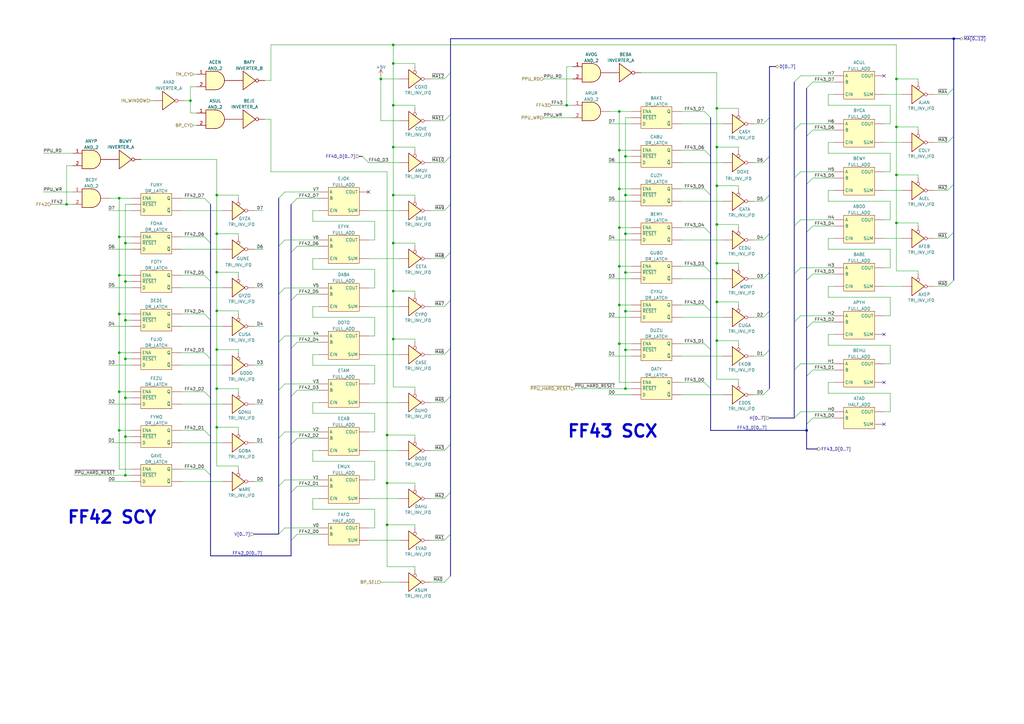
<source format=kicad_sch>
(kicad_sch (version 20211123) (generator eeschema)
  (paper "A3")
  (title_block (title "DMG CPU B") (date "2022-07-08") (rev "0.1") (company "CC-BY-SA-4.0 Régis Galland & Michael Singer -- Derived work from Furrtek") (comment 1 "https://github.com/msinger/dmg-schematics"))
  (junction (at 158.75 198.12))
  (junction (at 51.435 194.945))
  (junction (at 161.29 80.01))
  (junction (at 254 140.97))
  (junction (at 51.435 99.695))
  (junction (at 256.54 111.76))
  (junction (at 330.835 176.53))
  (junction (at 391.16 15.875))
  (junction (at 48.895 112.903))
  (junction (at 48.895 81.28))
  (junction (at 51.435 115.443))
  (junction (at 256.54 159.385))
  (junction (at 51.435 163.195))
  (junction (at 294.005 92.075))
  (junction (at 48.895 176.53))
  (junction (at 158.75 215.265))
  (junction (at 294.005 60.325))
  (junction (at 161.29 139.065))
  (junction (at 51.435 131.318))
  (junction (at 254 109.22))
  (junction (at 88.9 95.885))
  (junction (at 51.435 147.193))
  (junction (at 48.895 97.155))
  (junction (at 161.29 119.38))
  (junction (at 294.005 123.825))
  (junction (at 161.29 43.18))
  (junction (at 48.895 144.653))
  (junction (at 254 93.345))
  (junction (at 158.75 178.435))
  (junction (at 256.54 143.51))
  (junction (at 294.005 107.95))
  (junction (at 232.41 43.18))
  (junction (at 161.29 60.325))
  (junction (at 88.9 127.508))
  (junction (at 51.435 179.07))
  (junction (at 161.29 26.035))
  (junction (at 367.665 32.385))
  (junction (at 88.9 143.383))
  (junction (at 78.105 41.275))
  (junction (at 88.9 159.385))
  (junction (at 88.9 80.01))
  (junction (at 88.9 111.633))
  (junction (at 48.895 160.655))
  (junction (at 254 45.72))
  (junction (at 156.21 32.385))
  (junction (at 294.005 44.45))
  (junction (at 256.54 127.635))
  (junction (at 88.9 175.26))
  (junction (at 161.29 99.695))
  (junction (at 256.54 64.135))
  (junction (at 294.005 139.7))
  (junction (at 254 125.095))
  (junction (at 27.305 83.82))
  (junction (at 367.665 91.44))
  (junction (at 161.29 18.415))
  (junction (at 294.005 76.2))
  (junction (at 254 61.595))
  (junction (at 367.665 52.07))
  (junction (at 48.895 128.778))
  (junction (at 367.665 71.755))
  (junction (at 256.54 95.885))
  (junction (at 254 77.47))
  (junction (at 256.54 80.01))
  (no_connect (at 151.13 78.74))
  (no_connect (at 362.585 31.115))
  (no_connect (at 362.585 173.99))
  (no_connect (at 362.585 156.845))
  (no_connect (at 362.585 137.16))
  (bus_entry (at 83.82 160.655) (size 2.54 2.54))
  (bus_entry (at 330.835 95.25) (size 2.54 -2.54))
  (bus_entry (at 388.62 97.79) (size 2.54 -2.54))
  (bus_entry (at 388.62 78.105) (size 2.54 -2.54))
  (bus_entry (at 388.62 38.735) (size 2.54 -2.54))
  (bus_entry (at 388.62 58.42) (size 2.54 -2.54))
  (bus_entry (at 388.62 117.475) (size 2.54 -2.54))
  (bus_entry (at 119.38 201.93) (size 2.54 -2.54))
  (bus_entry (at 288.925 61.595) (size 2.54 2.54))
  (bus_entry (at 116.84 216.535) (size -2.54 2.54))
  (bus_entry (at 330.835 75.565) (size 2.54 -2.54))
  (bus_entry (at 119.38 142.875) (size 2.54 -2.54))
  (bus_entry (at 313.055 50.8) (size 2.54 -2.54))
  (bus_entry (at 328.295 168.91) (size -2.54 2.54))
  (bus_entry (at 330.835 173.99) (size 2.54 -2.54))
  (bus_entry (at 116.84 196.85) (size -2.54 2.54))
  (bus_entry (at 313.055 82.55) (size 2.54 -2.54))
  (bus_entry (at 313.055 66.675) (size 2.54 -2.54))
  (bus_entry (at 328.295 50.8) (size -2.54 2.54))
  (bus_entry (at 313.055 130.175) (size 2.54 -2.54))
  (bus_entry (at 328.295 31.115) (size -2.54 2.54))
  (bus_entry (at 182.245 165.1) (size 2.54 -2.54))
  (bus_entry (at 182.245 125.73) (size 2.54 -2.54))
  (bus_entry (at 182.245 145.415) (size 2.54 -2.54))
  (bus_entry (at 83.82 192.405) (size 2.54 2.54))
  (bus_entry (at 119.38 182.245) (size 2.54 -2.54))
  (bus_entry (at 330.835 154.305) (size 2.54 -2.54))
  (bus_entry (at 330.835 36.195) (size 2.54 -2.54))
  (bus_entry (at 328.295 109.855) (size -2.54 2.54))
  (bus_entry (at 148.59 64.135) (size 2.54 2.54))
  (bus_entry (at 182.245 66.675) (size 2.54 -2.54))
  (bus_entry (at 182.245 49.53) (size 2.54 -2.54))
  (bus_entry (at 182.245 238.76) (size 2.54 -2.54))
  (bus_entry (at 83.82 144.653) (size 2.54 2.54))
  (bus_entry (at 330.835 114.935) (size 2.54 -2.54))
  (bus_entry (at 119.38 123.19) (size 2.54 -2.54))
  (bus_entry (at 288.925 77.47) (size 2.54 2.54))
  (bus_entry (at 328.295 90.17) (size -2.54 2.54))
  (bus_entry (at 83.82 97.155) (size 2.54 2.54))
  (bus_entry (at 328.295 70.485) (size -2.54 2.54))
  (bus_entry (at 313.055 146.05) (size 2.54 -2.54))
  (bus_entry (at 116.84 118.11) (size -2.54 2.54))
  (bus_entry (at 288.925 93.345) (size 2.54 2.54))
  (bus_entry (at 313.055 114.3) (size 2.54 -2.54))
  (bus_entry (at 116.84 78.74) (size -2.54 2.54))
  (bus_entry (at 328.295 129.54) (size -2.54 2.54))
  (bus_entry (at 83.82 176.53) (size 2.54 2.54))
  (bus_entry (at 83.82 128.778) (size 2.54 2.54))
  (bus_entry (at 288.925 45.72) (size 2.54 2.54))
  (bus_entry (at 119.38 162.56) (size 2.54 -2.54))
  (bus_entry (at 83.82 112.903) (size 2.54 2.54))
  (bus_entry (at 83.82 81.28) (size 2.54 2.54))
  (bus_entry (at 288.925 140.97) (size 2.54 2.54))
  (bus_entry (at 182.245 184.785) (size 2.54 -2.54))
  (bus_entry (at 119.38 221.615) (size 2.54 -2.54))
  (bus_entry (at 182.245 204.47) (size 2.54 -2.54))
  (bus_entry (at 116.84 157.48) (size -2.54 2.54))
  (bus_entry (at 119.38 103.505) (size 2.54 -2.54))
  (bus_entry (at 288.925 109.22) (size 2.54 2.54))
  (bus_entry (at 116.84 177.165) (size -2.54 2.54))
  (bus_entry (at 119.38 83.82) (size 2.54 -2.54))
  (bus_entry (at 330.835 55.88) (size 2.54 -2.54))
  (bus_entry (at 288.925 125.095) (size 2.54 2.54))
  (bus_entry (at 116.84 137.795) (size -2.54 2.54))
  (bus_entry (at 288.925 156.845) (size 2.54 2.54))
  (bus_entry (at 182.245 86.36) (size 2.54 -2.54))
  (bus_entry (at 313.055 161.925) (size 2.54 -2.54))
  (bus_entry (at 182.245 106.045) (size 2.54 -2.54))
  (bus_entry (at 182.245 221.615) (size 2.54 -2.54))
  (bus_entry (at 313.055 98.425) (size 2.54 -2.54))
  (bus_entry (at 116.84 98.425) (size -2.54 2.54))
  (bus_entry (at 328.295 149.225) (size -2.54 2.54))
  (bus_entry (at 330.835 134.62) (size 2.54 -2.54))
  (bus_entry (at 182.245 32.385) (size 2.54 -2.54))
  (wire (pts (xy 254 109.22) (xy 259.08 109.22)))
  (wire (pts (xy 254 140.97) (xy 254 156.845)))
  (wire (pts (xy 294.005 123.825) (xy 302.895 123.825)))
  (wire (pts (xy 116.84 98.425) (xy 130.81 98.425)))
  (wire (pts (xy 176.53 66.675) (xy 182.245 66.675)))
  (wire (pts (xy 302.895 44.45) (xy 302.895 45.72)))
  (wire (pts (xy 333.375 92.71) (xy 342.265 92.71)))
  (wire (pts (xy 370.205 58.42) (xy 362.585 58.42)))
  (wire (pts (xy 121.92 199.39) (xy 130.81 199.39)))
  (bus (pts (xy 86.36 227.965) (xy 119.38 227.965)))
  (wire (pts (xy 170.18 158.75) (xy 161.29 158.75)))
  (bus (pts (xy 114.3 81.28) (xy 114.3 100.965)))
  (wire (pts (xy 365.125 149.225) (xy 365.125 141.605)))
  (wire (pts (xy 74.295 102.235) (xy 91.44 102.235)))
  (wire (pts (xy 256.54 127.635) (xy 259.08 127.635)))
  (wire (pts (xy 279.4 130.175) (xy 296.545 130.175)))
  (wire (pts (xy 328.295 109.855) (xy 342.265 109.855)))
  (wire (pts (xy 365.125 70.485) (xy 365.125 62.865)))
  (wire (pts (xy 376.555 52.07) (xy 367.665 52.07)))
  (wire (pts (xy 161.29 80.01) (xy 161.29 99.695)))
  (wire (pts (xy 88.9 143.383) (xy 88.9 159.385)))
  (wire (pts (xy 153.67 118.11) (xy 153.67 110.49)))
  (wire (pts (xy 365.125 43.18) (xy 339.725 43.18)))
  (wire (pts (xy 74.295 144.653) (xy 83.82 144.653)))
  (wire (pts (xy 74.295 97.155) (xy 83.82 97.155)))
  (bus (pts (xy 291.465 64.135) (xy 291.465 80.01)))
  (wire (pts (xy 74.295 117.983) (xy 91.44 117.983)))
  (bus (pts (xy 325.755 112.395) (xy 325.755 132.08)))
  (wire (pts (xy 254 156.845) (xy 259.08 156.845)))
  (wire (pts (xy 333.375 112.395) (xy 342.265 112.395)))
  (wire (pts (xy 279.4 66.675) (xy 296.545 66.675)))
  (wire (pts (xy 294.005 123.825) (xy 294.005 139.7)))
  (wire (pts (xy 279.4 82.55) (xy 296.545 82.55)))
  (wire (pts (xy 176.53 184.785) (xy 182.245 184.785)))
  (wire (pts (xy 222.885 48.26) (xy 234.95 48.26)))
  (wire (pts (xy 51.435 147.193) (xy 51.435 163.195)))
  (wire (pts (xy 97.79 111.633) (xy 97.79 112.903)))
  (wire (pts (xy 121.92 120.65) (xy 130.81 120.65)))
  (wire (pts (xy 176.53 238.76) (xy 182.245 238.76)))
  (bus (pts (xy 114.3 100.965) (xy 114.3 120.65)))
  (wire (pts (xy 279.4 114.3) (xy 296.545 114.3)))
  (wire (pts (xy 153.67 137.795) (xy 153.67 130.175)))
  (wire (pts (xy 17.78 78.74) (xy 29.845 78.74)))
  (wire (pts (xy 97.79 175.26) (xy 97.79 176.53)))
  (wire (pts (xy 254 77.47) (xy 259.08 77.47)))
  (wire (pts (xy 367.665 32.385) (xy 367.665 52.07)))
  (wire (pts (xy 294.005 60.325) (xy 302.895 60.325)))
  (wire (pts (xy 48.895 160.655) (xy 48.895 176.53)))
  (wire (pts (xy 88.9 95.885) (xy 97.79 95.885)))
  (wire (pts (xy 339.725 78.105) (xy 342.265 78.105)))
  (wire (pts (xy 51.435 179.07) (xy 51.435 194.945)))
  (wire (pts (xy 153.67 216.535) (xy 153.67 208.915)))
  (wire (pts (xy 339.725 38.735) (xy 342.265 38.735)))
  (wire (pts (xy 88.9 175.26) (xy 97.79 175.26)))
  (wire (pts (xy 158.75 215.265) (xy 158.75 232.41)))
  (wire (pts (xy 309.245 130.175) (xy 313.055 130.175)))
  (wire (pts (xy 97.79 159.385) (xy 97.79 160.655)))
  (wire (pts (xy 153.67 98.425) (xy 153.67 90.805)))
  (bus (pts (xy 119.38 221.615) (xy 119.38 227.965)))
  (wire (pts (xy 170.18 140.335) (xy 170.18 139.065)))
  (wire (pts (xy 116.84 177.165) (xy 130.81 177.165)))
  (wire (pts (xy 151.13 137.795) (xy 153.67 137.795)))
  (wire (pts (xy 161.29 99.695) (xy 161.29 119.38)))
  (wire (pts (xy 48.895 176.53) (xy 48.895 192.405)))
  (wire (pts (xy 170.18 61.595) (xy 170.18 60.325)))
  (wire (pts (xy 51.435 99.695) (xy 53.975 99.695)))
  (wire (pts (xy 333.375 73.025) (xy 342.265 73.025)))
  (bus (pts (xy 391.16 15.875) (xy 393.7 15.875)))
  (wire (pts (xy 249.555 66.675) (xy 259.08 66.675)))
  (bus (pts (xy 184.785 15.875) (xy 391.16 15.875)))
  (wire (pts (xy 116.84 137.795) (xy 130.81 137.795)))
  (wire (pts (xy 74.295 165.735) (xy 91.44 165.735)))
  (wire (pts (xy 48.895 160.655) (xy 53.975 160.655)))
  (wire (pts (xy 158.75 178.435) (xy 158.75 198.12)))
  (wire (pts (xy 74.295 160.655) (xy 83.82 160.655)))
  (bus (pts (xy 184.785 182.245) (xy 184.785 162.56)))
  (bus (pts (xy 114.3 179.705) (xy 114.3 199.39)))
  (wire (pts (xy 27.305 67.945) (xy 29.845 67.945)))
  (wire (pts (xy 170.18 99.695) (xy 161.29 99.695)))
  (wire (pts (xy 158.75 198.12) (xy 158.75 215.265)))
  (wire (pts (xy 279.4 45.72) (xy 288.925 45.72)))
  (wire (pts (xy 163.83 238.76) (xy 156.21 238.76)))
  (bus (pts (xy 315.595 80.01) (xy 315.595 64.135)))
  (wire (pts (xy 222.885 32.385) (xy 234.95 32.385)))
  (wire (pts (xy 128.27 169.545) (xy 128.27 165.1)))
  (wire (pts (xy 27.305 83.82) (xy 29.845 83.82)))
  (bus (pts (xy 184.785 219.075) (xy 184.785 201.93)))
  (wire (pts (xy 279.4 140.97) (xy 288.925 140.97)))
  (bus (pts (xy 330.835 55.88) (xy 330.835 75.565)))
  (wire (pts (xy 161.29 60.325) (xy 161.29 80.01)))
  (wire (pts (xy 309.245 50.8) (xy 313.055 50.8)))
  (wire (pts (xy 333.375 171.45) (xy 342.265 171.45)))
  (wire (pts (xy 48.895 128.778) (xy 53.975 128.778)))
  (wire (pts (xy 309.245 82.55) (xy 313.055 82.55)))
  (wire (pts (xy 279.4 146.05) (xy 296.545 146.05)))
  (wire (pts (xy 74.295 149.733) (xy 91.44 149.733)))
  (wire (pts (xy 279.4 93.345) (xy 288.925 93.345)))
  (wire (pts (xy 328.295 70.485) (xy 342.265 70.485)))
  (bus (pts (xy 315.595 64.135) (xy 315.595 48.26)))
  (wire (pts (xy 339.725 117.475) (xy 342.265 117.475)))
  (wire (pts (xy 51.435 163.195) (xy 53.975 163.195)))
  (wire (pts (xy 79.375 30.48) (xy 80.645 30.48)))
  (bus (pts (xy 291.465 80.01) (xy 291.465 95.885)))
  (wire (pts (xy 370.205 97.79) (xy 362.585 97.79)))
  (wire (pts (xy 128.27 184.785) (xy 130.81 184.785)))
  (bus (pts (xy 325.755 73.025) (xy 325.755 92.71)))
  (wire (pts (xy 339.725 137.16) (xy 342.265 137.16)))
  (wire (pts (xy 328.295 31.115) (xy 342.265 31.115)))
  (wire (pts (xy 44.45 149.733) (xy 53.975 149.733)))
  (bus (pts (xy 325.755 92.71) (xy 325.755 112.395)))
  (bus (pts (xy 315.595 48.26) (xy 315.595 27.305)))
  (wire (pts (xy 339.725 82.55) (xy 339.725 78.105)))
  (wire (pts (xy 302.895 76.2) (xy 302.895 77.47)))
  (wire (pts (xy 74.295 181.61) (xy 91.44 181.61)))
  (wire (pts (xy 176.53 86.36) (xy 182.245 86.36)))
  (wire (pts (xy 163.83 49.53) (xy 156.21 49.53)))
  (bus (pts (xy 184.785 29.845) (xy 184.785 15.875)))
  (wire (pts (xy 74.295 192.405) (xy 83.82 192.405)))
  (wire (pts (xy 161.29 43.18) (xy 161.29 60.325)))
  (wire (pts (xy 104.14 117.983) (xy 107.95 117.983)))
  (wire (pts (xy 74.295 81.28) (xy 83.82 81.28)))
  (wire (pts (xy 254 125.095) (xy 254 140.97)))
  (wire (pts (xy 376.555 111.125) (xy 367.665 111.125)))
  (wire (pts (xy 339.725 156.845) (xy 342.265 156.845)))
  (bus (pts (xy 325.755 33.655) (xy 325.755 53.34)))
  (bus (pts (xy 325.755 132.08) (xy 325.755 151.765)))
  (bus (pts (xy 86.36 194.945) (xy 86.36 227.965)))
  (wire (pts (xy 254 61.595) (xy 259.08 61.595)))
  (wire (pts (xy 48.895 112.903) (xy 53.975 112.903)))
  (wire (pts (xy 121.92 140.335) (xy 130.81 140.335)))
  (wire (pts (xy 128.27 86.36) (xy 130.81 86.36)))
  (wire (pts (xy 376.555 33.655) (xy 376.555 32.385)))
  (wire (pts (xy 116.84 157.48) (xy 130.81 157.48)))
  (bus (pts (xy 114.3 120.65) (xy 114.3 140.335)))
  (wire (pts (xy 294.005 139.7) (xy 302.895 139.7)))
  (wire (pts (xy 294.005 44.45) (xy 302.895 44.45)))
  (wire (pts (xy 111.125 18.415) (xy 111.125 33.02)))
  (wire (pts (xy 249.555 114.3) (xy 259.08 114.3)))
  (wire (pts (xy 17.78 62.865) (xy 29.845 62.865)))
  (wire (pts (xy 256.54 64.135) (xy 256.54 80.01)))
  (wire (pts (xy 170.18 233.68) (xy 170.18 232.41)))
  (wire (pts (xy 367.665 52.07) (xy 367.665 71.755)))
  (wire (pts (xy 44.45 181.61) (xy 53.975 181.61)))
  (wire (pts (xy 170.18 199.39) (xy 170.18 198.12)))
  (wire (pts (xy 74.295 128.778) (xy 83.82 128.778)))
  (bus (pts (xy 184.785 219.075) (xy 184.785 236.22)))
  (wire (pts (xy 51.435 115.443) (xy 53.975 115.443)))
  (wire (pts (xy 333.375 53.34) (xy 342.265 53.34)))
  (wire (pts (xy 176.53 32.385) (xy 182.245 32.385)))
  (wire (pts (xy 48.895 144.653) (xy 53.975 144.653)))
  (wire (pts (xy 128.27 106.045) (xy 130.81 106.045)))
  (wire (pts (xy 256.54 127.635) (xy 256.54 143.51)))
  (wire (pts (xy 232.41 27.305) (xy 234.95 27.305)))
  (wire (pts (xy 176.53 106.045) (xy 182.245 106.045)))
  (wire (pts (xy 163.83 86.36) (xy 151.13 86.36)))
  (wire (pts (xy 302.895 92.075) (xy 302.895 93.345)))
  (wire (pts (xy 111.125 33.02) (xy 108.585 33.02)))
  (bus (pts (xy 184.785 142.875) (xy 184.785 123.19)))
  (wire (pts (xy 151.13 98.425) (xy 153.67 98.425)))
  (wire (pts (xy 362.585 70.485) (xy 365.125 70.485)))
  (wire (pts (xy 294.005 76.2) (xy 294.005 92.075)))
  (wire (pts (xy 333.375 33.655) (xy 342.265 33.655)))
  (bus (pts (xy 86.36 83.82) (xy 86.36 99.695)))
  (bus (pts (xy 291.465 95.885) (xy 291.465 111.76)))
  (wire (pts (xy 376.555 32.385) (xy 367.665 32.385)))
  (wire (pts (xy 370.205 117.475) (xy 362.585 117.475)))
  (bus (pts (xy 184.785 64.135) (xy 184.785 46.99)))
  (wire (pts (xy 161.29 18.415) (xy 367.665 18.415)))
  (wire (pts (xy 328.295 168.91) (xy 342.265 168.91)))
  (wire (pts (xy 249.555 130.175) (xy 259.08 130.175)))
  (wire (pts (xy 163.83 145.415) (xy 151.13 145.415)))
  (wire (pts (xy 170.18 178.435) (xy 158.75 178.435)))
  (wire (pts (xy 161.29 139.065) (xy 161.29 158.75)))
  (bus (pts (xy 114.3 140.335) (xy 114.3 160.02)))
  (wire (pts (xy 153.67 157.48) (xy 153.67 149.86)))
  (wire (pts (xy 48.895 144.653) (xy 48.895 160.655)))
  (wire (pts (xy 78.105 46.355) (xy 80.645 46.355)))
  (wire (pts (xy 365.125 102.235) (xy 339.725 102.235)))
  (wire (pts (xy 161.29 119.38) (xy 161.29 139.065)))
  (wire (pts (xy 48.895 81.28) (xy 48.895 97.155)))
  (wire (pts (xy 279.4 161.925) (xy 296.545 161.925)))
  (wire (pts (xy 294.005 76.2) (xy 302.895 76.2)))
  (wire (pts (xy 176.53 165.1) (xy 182.245 165.1)))
  (wire (pts (xy 153.67 189.23) (xy 128.27 189.23)))
  (wire (pts (xy 151.13 118.11) (xy 153.67 118.11)))
  (wire (pts (xy 367.665 18.415) (xy 367.665 32.385)))
  (wire (pts (xy 153.67 177.165) (xy 153.67 169.545)))
  (wire (pts (xy 256.54 111.76) (xy 259.08 111.76)))
  (wire (pts (xy 254 93.345) (xy 259.08 93.345)))
  (wire (pts (xy 74.295 197.485) (xy 91.44 197.485)))
  (wire (pts (xy 48.895 192.405) (xy 53.975 192.405)))
  (wire (pts (xy 339.725 141.605) (xy 339.725 137.16)))
  (wire (pts (xy 161.29 18.415) (xy 161.29 26.035)))
  (wire (pts (xy 48.895 81.28) (xy 53.975 81.28)))
  (wire (pts (xy 116.84 216.535) (xy 130.81 216.535)))
  (wire (pts (xy 151.13 196.85) (xy 153.67 196.85)))
  (bus (pts (xy 291.465 127.635) (xy 291.465 143.51)))
  (bus (pts (xy 330.835 95.25) (xy 330.835 114.935)))
  (wire (pts (xy 256.54 48.26) (xy 256.54 64.135)))
  (wire (pts (xy 249.555 161.925) (xy 259.08 161.925)))
  (bus (pts (xy 184.785 201.93) (xy 184.785 182.245)))
  (wire (pts (xy 88.9 95.885) (xy 88.9 111.633)))
  (wire (pts (xy 51.435 83.82) (xy 53.975 83.82)))
  (wire (pts (xy 151.13 157.48) (xy 153.67 157.48)))
  (wire (pts (xy 151.13 216.535) (xy 153.67 216.535)))
  (wire (pts (xy 163.83 106.045) (xy 151.13 106.045)))
  (wire (pts (xy 170.18 81.28) (xy 170.18 80.01)))
  (wire (pts (xy 51.435 131.318) (xy 53.975 131.318)))
  (bus (pts (xy 391.16 36.195) (xy 391.16 15.875)))
  (wire (pts (xy 254 61.595) (xy 254 77.47)))
  (wire (pts (xy 176.53 145.415) (xy 182.245 145.415)))
  (wire (pts (xy 362.585 50.8) (xy 365.125 50.8)))
  (wire (pts (xy 376.555 53.34) (xy 376.555 52.07)))
  (bus (pts (xy 315.595 95.885) (xy 315.595 80.01)))
  (wire (pts (xy 362.585 109.855) (xy 365.125 109.855)))
  (wire (pts (xy 51.435 179.07) (xy 53.975 179.07)))
  (wire (pts (xy 51.435 163.195) (xy 51.435 179.07)))
  (wire (pts (xy 279.4 50.8) (xy 296.545 50.8)))
  (wire (pts (xy 226.06 43.18) (xy 232.41 43.18)))
  (wire (pts (xy 365.125 109.855) (xy 365.125 102.235)))
  (wire (pts (xy 376.555 112.395) (xy 376.555 111.125)))
  (wire (pts (xy 382.905 38.735) (xy 388.62 38.735)))
  (wire (pts (xy 170.18 44.45) (xy 170.18 43.18)))
  (wire (pts (xy 294.005 155.575) (xy 302.895 155.575)))
  (wire (pts (xy 121.92 219.075) (xy 130.81 219.075)))
  (wire (pts (xy 88.9 191.135) (xy 97.79 191.135)))
  (wire (pts (xy 365.125 168.91) (xy 365.125 161.29)))
  (wire (pts (xy 365.125 82.55) (xy 339.725 82.55)))
  (bus (pts (xy 330.835 75.565) (xy 330.835 95.25)))
  (wire (pts (xy 339.725 58.42) (xy 342.265 58.42)))
  (wire (pts (xy 48.895 97.155) (xy 53.975 97.155)))
  (bus (pts (xy 330.835 173.99) (xy 330.835 176.53)))
  (wire (pts (xy 328.295 149.225) (xy 342.265 149.225)))
  (bus (pts (xy 86.36 147.193) (xy 86.36 163.195)))
  (wire (pts (xy 45.085 81.28) (xy 48.895 81.28)))
  (wire (pts (xy 20.955 83.82) (xy 27.305 83.82)))
  (wire (pts (xy 44.45 86.36) (xy 53.975 86.36)))
  (wire (pts (xy 176.53 125.73) (xy 182.245 125.73)))
  (wire (pts (xy 254 140.97) (xy 259.08 140.97)))
  (wire (pts (xy 309.245 146.05) (xy 313.055 146.05)))
  (wire (pts (xy 294.005 29.845) (xy 294.005 44.45)))
  (wire (pts (xy 256.54 143.51) (xy 256.54 159.385)))
  (wire (pts (xy 97.79 191.135) (xy 97.79 192.405)))
  (wire (pts (xy 51.435 131.318) (xy 51.435 147.193)))
  (wire (pts (xy 97.79 143.383) (xy 97.79 144.653)))
  (wire (pts (xy 249.555 98.425) (xy 259.08 98.425)))
  (wire (pts (xy 232.41 27.305) (xy 232.41 43.18)))
  (bus (pts (xy 114.3 199.39) (xy 114.3 219.075)))
  (bus (pts (xy 184.785 64.135) (xy 184.785 83.82)))
  (wire (pts (xy 176.53 204.47) (xy 182.245 204.47)))
  (wire (pts (xy 51.435 147.193) (xy 53.975 147.193)))
  (bus (pts (xy 86.36 115.443) (xy 86.36 131.318)))
  (wire (pts (xy 153.67 90.805) (xy 128.27 90.805)))
  (wire (pts (xy 121.92 179.705) (xy 130.81 179.705)))
  (wire (pts (xy 256.54 159.385) (xy 259.08 159.385)))
  (wire (pts (xy 121.92 81.28) (xy 130.81 81.28)))
  (bus (pts (xy 184.785 103.505) (xy 184.785 83.82)))
  (wire (pts (xy 294.005 92.075) (xy 294.005 107.95)))
  (wire (pts (xy 48.895 97.155) (xy 48.895 112.903)))
  (wire (pts (xy 365.125 121.92) (xy 339.725 121.92)))
  (wire (pts (xy 128.27 110.49) (xy 128.27 106.045)))
  (wire (pts (xy 176.53 221.615) (xy 182.245 221.615)))
  (bus (pts (xy 291.465 143.51) (xy 291.465 159.385)))
  (wire (pts (xy 279.4 125.095) (xy 288.925 125.095)))
  (wire (pts (xy 170.18 119.38) (xy 161.29 119.38)))
  (wire (pts (xy 279.4 77.47) (xy 288.925 77.47)))
  (bus (pts (xy 291.465 111.76) (xy 291.465 127.635)))
  (bus (pts (xy 119.38 201.93) (xy 119.38 221.615)))
  (wire (pts (xy 97.79 127.508) (xy 97.79 128.778)))
  (bus (pts (xy 330.835 114.935) (xy 330.835 134.62)))
  (wire (pts (xy 170.18 27.305) (xy 170.18 26.035)))
  (wire (pts (xy 254 125.095) (xy 259.08 125.095)))
  (wire (pts (xy 376.555 73.025) (xy 376.555 71.755)))
  (wire (pts (xy 121.92 160.02) (xy 130.81 160.02)))
  (wire (pts (xy 302.895 155.575) (xy 302.895 156.845)))
  (bus (pts (xy 325.755 53.34) (xy 325.755 73.025)))
  (wire (pts (xy 370.205 38.735) (xy 362.585 38.735)))
  (wire (pts (xy 294.005 107.95) (xy 302.895 107.95)))
  (wire (pts (xy 254 45.72) (xy 259.08 45.72)))
  (wire (pts (xy 44.45 117.983) (xy 53.975 117.983)))
  (wire (pts (xy 128.27 149.86) (xy 128.27 145.415)))
  (wire (pts (xy 309.245 114.3) (xy 313.055 114.3)))
  (wire (pts (xy 254 45.72) (xy 254 61.595)))
  (bus (pts (xy 119.38 162.56) (xy 119.38 182.245)))
  (wire (pts (xy 170.18 216.535) (xy 170.18 215.265)))
  (wire (pts (xy 74.295 133.858) (xy 91.44 133.858)))
  (wire (pts (xy 88.9 111.633) (xy 97.79 111.633)))
  (wire (pts (xy 88.9 80.01) (xy 88.9 95.885)))
  (wire (pts (xy 88.9 143.383) (xy 97.79 143.383)))
  (wire (pts (xy 256.54 143.51) (xy 259.08 143.51)))
  (bus (pts (xy 184.785 162.56) (xy 184.785 142.875)))
  (bus (pts (xy 86.36 163.195) (xy 86.36 179.07)))
  (wire (pts (xy 302.895 60.325) (xy 302.895 61.595)))
  (wire (pts (xy 163.83 32.385) (xy 156.21 32.385)))
  (wire (pts (xy 254 77.47) (xy 254 93.345)))
  (wire (pts (xy 362.585 129.54) (xy 365.125 129.54)))
  (wire (pts (xy 235.585 159.385) (xy 256.54 159.385)))
  (wire (pts (xy 362.585 90.17) (xy 365.125 90.17)))
  (wire (pts (xy 367.665 91.44) (xy 367.665 111.125)))
  (wire (pts (xy 339.725 62.865) (xy 339.725 58.42)))
  (wire (pts (xy 48.895 112.903) (xy 48.895 128.778)))
  (wire (pts (xy 74.295 112.903) (xy 83.82 112.903)))
  (wire (pts (xy 365.125 161.29) (xy 339.725 161.29)))
  (wire (pts (xy 256.54 95.885) (xy 256.54 111.76)))
  (wire (pts (xy 294.005 107.95) (xy 294.005 123.825)))
  (bus (pts (xy 325.755 151.765) (xy 325.755 171.45)))
  (bus (pts (xy 148.59 64.135) (xy 147.32 64.135)))
  (wire (pts (xy 382.905 117.475) (xy 388.62 117.475)))
  (wire (pts (xy 104.14 165.735) (xy 107.95 165.735)))
  (wire (pts (xy 74.295 86.36) (xy 91.44 86.36)))
  (wire (pts (xy 362.585 149.225) (xy 365.125 149.225)))
  (wire (pts (xy 365.125 62.865) (xy 339.725 62.865)))
  (bus (pts (xy 86.36 179.07) (xy 86.36 194.945)))
  (wire (pts (xy 104.14 149.733) (xy 107.95 149.733)))
  (wire (pts (xy 382.905 78.105) (xy 388.62 78.105)))
  (wire (pts (xy 104.14 86.36) (xy 107.95 86.36)))
  (bus (pts (xy 119.38 182.245) (xy 119.38 201.93)))
  (wire (pts (xy 153.67 110.49) (xy 128.27 110.49)))
  (wire (pts (xy 51.435 83.82) (xy 51.435 99.695)))
  (bus (pts (xy 330.835 176.53) (xy 330.835 184.15)))
  (bus (pts (xy 291.465 48.26) (xy 291.465 64.135)))
  (wire (pts (xy 176.53 49.53) (xy 182.245 49.53)))
  (bus (pts (xy 391.16 75.565) (xy 391.16 55.88)))
  (bus (pts (xy 119.38 142.875) (xy 119.38 162.56)))
  (wire (pts (xy 51.435 115.443) (xy 51.435 131.318)))
  (wire (pts (xy 108.585 48.895) (xy 111.125 48.895)))
  (wire (pts (xy 365.125 50.8) (xy 365.125 43.18)))
  (wire (pts (xy 309.245 161.925) (xy 313.055 161.925)))
  (wire (pts (xy 104.14 197.485) (xy 107.95 197.485)))
  (wire (pts (xy 116.84 78.74) (xy 130.81 78.74)))
  (wire (pts (xy 279.4 98.425) (xy 296.545 98.425)))
  (wire (pts (xy 170.18 215.265) (xy 158.75 215.265)))
  (wire (pts (xy 232.41 43.18) (xy 234.95 43.18)))
  (wire (pts (xy 170.18 120.65) (xy 170.18 119.38)))
  (wire (pts (xy 158.75 70.485) (xy 158.75 178.435)))
  (bus (pts (xy 315.595 27.305) (xy 318.135 27.305)))
  (bus (pts (xy 119.38 103.505) (xy 119.38 123.19)))
  (bus (pts (xy 86.36 131.318) (xy 86.36 147.193)))
  (bus (pts (xy 184.785 46.99) (xy 184.785 29.845)))
  (wire (pts (xy 61.595 41.275) (xy 62.865 41.275)))
  (wire (pts (xy 163.83 184.785) (xy 151.13 184.785)))
  (wire (pts (xy 256.54 111.76) (xy 256.54 127.635)))
  (wire (pts (xy 128.27 165.1) (xy 130.81 165.1)))
  (wire (pts (xy 170.18 198.12) (xy 158.75 198.12)))
  (wire (pts (xy 339.725 97.79) (xy 342.265 97.79)))
  (wire (pts (xy 75.565 41.275) (xy 78.105 41.275)))
  (bus (pts (xy 330.835 184.15) (xy 335.28 184.15)))
  (wire (pts (xy 121.92 100.965) (xy 130.81 100.965)))
  (wire (pts (xy 88.9 159.385) (xy 97.79 159.385)))
  (wire (pts (xy 88.9 111.633) (xy 88.9 127.508)))
  (wire (pts (xy 328.295 50.8) (xy 342.265 50.8)))
  (wire (pts (xy 256.54 48.26) (xy 259.08 48.26)))
  (bus (pts (xy 114.3 160.02) (xy 114.3 179.705)))
  (wire (pts (xy 256.54 64.135) (xy 259.08 64.135)))
  (wire (pts (xy 362.585 168.91) (xy 365.125 168.91)))
  (wire (pts (xy 128.27 204.47) (xy 130.81 204.47)))
  (wire (pts (xy 170.18 139.065) (xy 161.29 139.065)))
  (wire (pts (xy 256.54 95.885) (xy 259.08 95.885)))
  (wire (pts (xy 302.895 107.95) (xy 302.895 109.22)))
  (bus (pts (xy 315.595 127.635) (xy 315.595 111.76)))
  (wire (pts (xy 128.27 189.23) (xy 128.27 184.785)))
  (wire (pts (xy 104.14 181.61) (xy 107.95 181.61)))
  (wire (pts (xy 97.79 80.01) (xy 97.79 81.28)))
  (wire (pts (xy 44.45 133.858) (xy 53.975 133.858)))
  (wire (pts (xy 30.48 194.945) (xy 51.435 194.945)))
  (wire (pts (xy 294.005 92.075) (xy 302.895 92.075)))
  (wire (pts (xy 153.67 149.86) (xy 128.27 149.86)))
  (wire (pts (xy 365.125 141.605) (xy 339.725 141.605)))
  (bus (pts (xy 86.36 99.695) (xy 86.36 115.443)))
  (wire (pts (xy 44.45 102.235) (xy 53.975 102.235)))
  (wire (pts (xy 163.83 125.73) (xy 151.13 125.73)))
  (wire (pts (xy 111.125 70.485) (xy 158.75 70.485)))
  (wire (pts (xy 170.18 26.035) (xy 161.29 26.035)))
  (bus (pts (xy 119.38 123.19) (xy 119.38 142.875)))
  (wire (pts (xy 339.725 121.92) (xy 339.725 117.475)))
  (wire (pts (xy 170.18 232.41) (xy 158.75 232.41)))
  (wire (pts (xy 128.27 208.915) (xy 128.27 204.47)))
  (bus (pts (xy 315.595 159.385) (xy 315.595 143.51)))
  (wire (pts (xy 170.18 80.01) (xy 161.29 80.01)))
  (bus (pts (xy 330.835 36.195) (xy 330.835 55.88)))
  (bus (pts (xy 315.595 143.51) (xy 315.595 127.635)))
  (wire (pts (xy 161.29 26.035) (xy 161.29 43.18)))
  (wire (pts (xy 128.27 130.175) (xy 128.27 125.73)))
  (wire (pts (xy 294.005 44.45) (xy 294.005 60.325)))
  (wire (pts (xy 48.895 176.53) (xy 53.975 176.53)))
  (wire (pts (xy 44.45 165.735) (xy 53.975 165.735)))
  (wire (pts (xy 153.67 208.915) (xy 128.27 208.915)))
  (wire (pts (xy 151.13 66.675) (xy 163.83 66.675)))
  (bus (pts (xy 315.595 111.76) (xy 315.595 95.885)))
  (wire (pts (xy 88.9 159.385) (xy 88.9 175.26)))
  (wire (pts (xy 104.14 102.235) (xy 107.95 102.235)))
  (wire (pts (xy 163.83 204.47) (xy 151.13 204.47)))
  (wire (pts (xy 111.125 48.895) (xy 111.125 70.485)))
  (wire (pts (xy 339.725 102.235) (xy 339.725 97.79)))
  (bus (pts (xy 315.595 171.45) (xy 325.755 171.45)))
  (wire (pts (xy 382.905 58.42) (xy 388.62 58.42)))
  (wire (pts (xy 80.645 35.56) (xy 78.105 35.56)))
  (wire (pts (xy 309.245 98.425) (xy 313.055 98.425)))
  (wire (pts (xy 249.555 82.55) (xy 259.08 82.55)))
  (wire (pts (xy 163.83 165.1) (xy 151.13 165.1)))
  (wire (pts (xy 151.13 177.165) (xy 153.67 177.165)))
  (bus (pts (xy 391.16 95.25) (xy 391.16 75.565)))
  (wire (pts (xy 48.895 128.778) (xy 48.895 144.653)))
  (wire (pts (xy 333.375 151.765) (xy 342.265 151.765)))
  (wire (pts (xy 370.205 78.105) (xy 362.585 78.105)))
  (wire (pts (xy 339.725 43.18) (xy 339.725 38.735)))
  (wire (pts (xy 116.84 118.11) (xy 130.81 118.11)))
  (wire (pts (xy 97.79 95.885) (xy 97.79 97.155)))
  (wire (pts (xy 262.89 29.845) (xy 294.005 29.845)))
  (wire (pts (xy 170.18 179.705) (xy 170.18 178.435)))
  (wire (pts (xy 328.295 90.17) (xy 342.265 90.17)))
  (bus (pts (xy 391.16 55.88) (xy 391.16 36.195)))
  (wire (pts (xy 279.4 156.845) (xy 288.925 156.845)))
  (wire (pts (xy 78.105 35.56) (xy 78.105 41.275)))
  (wire (pts (xy 156.21 32.385) (xy 156.21 49.53)))
  (wire (pts (xy 279.4 61.595) (xy 288.925 61.595)))
  (wire (pts (xy 170.18 43.18) (xy 161.29 43.18)))
  (wire (pts (xy 128.27 145.415) (xy 130.81 145.415)))
  (wire (pts (xy 376.555 71.755) (xy 367.665 71.755)))
  (wire (pts (xy 250.19 45.72) (xy 254 45.72)))
  (wire (pts (xy 88.9 65.405) (xy 88.9 80.01)))
  (bus (pts (xy 291.465 159.385) (xy 291.465 176.53)))
  (wire (pts (xy 302.895 139.7) (xy 302.895 140.97)))
  (wire (pts (xy 365.125 129.54) (xy 365.125 121.92)))
  (bus (pts (xy 391.16 114.935) (xy 391.16 95.25)))
  (wire (pts (xy 376.555 92.71) (xy 376.555 91.44)))
  (wire (pts (xy 74.295 176.53) (xy 83.82 176.53)))
  (wire (pts (xy 128.27 90.805) (xy 128.27 86.36)))
  (wire (pts (xy 302.895 123.825) (xy 302.895 125.095)))
  (wire (pts (xy 153.67 130.175) (xy 128.27 130.175)))
  (wire (pts (xy 88.9 80.01) (xy 97.79 80.01)))
  (wire (pts (xy 294.005 139.7) (xy 294.005 155.575)))
  (bus (pts (xy 104.14 219.075) (xy 114.3 219.075)))
  (wire (pts (xy 382.905 97.79) (xy 388.62 97.79)))
  (bus (pts (xy 330.835 154.305) (xy 330.835 173.99)))
  (wire (pts (xy 153.67 169.545) (xy 128.27 169.545)))
  (wire (pts (xy 249.555 146.05) (xy 259.08 146.05)))
  (wire (pts (xy 279.4 109.22) (xy 288.925 109.22)))
  (wire (pts (xy 170.18 100.965) (xy 170.18 99.695)))
  (wire (pts (xy 111.125 18.415) (xy 161.29 18.415)))
  (wire (pts (xy 249.555 50.8) (xy 259.08 50.8)))
  (wire (pts (xy 339.725 161.29) (xy 339.725 156.845)))
  (wire (pts (xy 88.9 127.508) (xy 97.79 127.508)))
  (wire (pts (xy 79.375 51.435) (xy 80.645 51.435)))
  (wire (pts (xy 27.305 67.945) (xy 27.305 83.82)))
  (wire (pts (xy 156.21 31.115) (xy 156.21 32.385)))
  (wire (pts (xy 163.83 221.615) (xy 151.13 221.615)))
  (wire (pts (xy 367.665 71.755) (xy 367.665 91.44)))
  (wire (pts (xy 57.785 65.405) (xy 88.9 65.405)))
  (wire (pts (xy 328.295 129.54) (xy 342.265 129.54)))
  (bus (pts (xy 184.785 123.19) (xy 184.785 103.505)))
  (wire (pts (xy 88.9 175.26) (xy 88.9 191.135)))
  (wire (pts (xy 153.67 196.85) (xy 153.67 189.23)))
  (wire (pts (xy 256.54 80.01) (xy 256.54 95.885)))
  (wire (pts (xy 88.9 127.508) (xy 88.9 143.383)))
  (wire (pts (xy 333.375 132.08) (xy 342.265 132.08)))
  (bus (pts (xy 119.38 83.82) (xy 119.38 103.505)))
  (wire (pts (xy 376.555 91.44) (xy 367.665 91.44)))
  (wire (pts (xy 254 93.345) (xy 254 109.22)))
  (wire (pts (xy 78.105 41.275) (xy 78.105 46.355)))
  (wire (pts (xy 170.18 60.325) (xy 161.29 60.325)))
  (bus (pts (xy 330.835 176.53) (xy 291.465 176.53)))
  (wire (pts (xy 170.18 160.02) (xy 170.18 158.75)))
  (wire (pts (xy 309.245 66.675) (xy 313.055 66.675)))
  (bus (pts (xy 330.835 134.62) (xy 330.835 154.305)))
  (wire (pts (xy 254 109.22) (xy 254 125.095)))
  (wire (pts (xy 256.54 80.01) (xy 259.08 80.01)))
  (wire (pts (xy 51.435 99.695) (xy 51.435 115.443)))
  (wire (pts (xy 294.005 60.325) (xy 294.005 76.2)))
  (wire (pts (xy 116.84 196.85) (xy 130.81 196.85)))
  (wire (pts (xy 365.125 90.17) (xy 365.125 82.55)))
  (wire (pts (xy 51.435 194.945) (xy 53.975 194.945)))
  (wire (pts (xy 128.27 125.73) (xy 130.81 125.73)))
  (wire (pts (xy 44.45 197.485) (xy 53.975 197.485)))
  (wire (pts (xy 104.14 133.858) (xy 107.95 133.858)))
  (text "FF43 SCX\n" (at 232.41 179.959 0) (effects (font (size 5 5) (thickness 1) bold) (justify left bottom)))
  (text "FF42 SCY\n" (at 27.305 215.265 0) (effects (font (size 5 5) (thickness 1) bold) (justify left bottom)))
  (label "FF42_D3" (at 130.81 160.02 180))
  (label "FF42_D2" (at 83.82 160.655 180))
  (label "PPU_WR" (at 222.885 48.26 0))
  (label "FF42_D0" (at 83.82 192.405 180))
  (label "V4" (at 130.81 137.795 180))
  (label "D7" (at 313.055 50.8 180))
  (label "~{PPU_HARD_RESET}" (at 30.48 194.945 0))
  (label "FF42_D2" (at 130.81 179.705 180))
  (label "~{MA11}" (at 182.245 49.53 180))
  (label "D0" (at 313.055 161.925 180))
  (label "D6" (at 107.95 102.235 180))
  (label "~{MA1}" (at 182.245 221.615 180))
  (label "V3" (at 130.81 157.48 180))
  (label "D5" (at 313.055 82.55 180))
  (label "D4" (at 313.055 98.425 180))
  (label "D5" (at 107.95 117.983 180))
  (label "~{MA12}" (at 182.245 32.385 180))
  (label "H7" (at 342.265 31.115 180))
  (label "D4" (at 44.45 133.858 0))
  (label "FF42_D7" (at 83.82 81.28 180))
  (label "~{MA5}" (at 182.245 165.1 180))
  (label "D4" (at 249.555 98.425 0))
  (label "FF42_D0" (at 130.81 219.075 180))
  (label "D7" (at 44.45 86.36 0))
  (label "FF42_D5" (at 130.81 120.65 180))
  (label "~{MA0}" (at 181.61 238.76 180))
  (label "D1" (at 313.055 146.05 180))
  (label "~{MA2}" (at 182.245 204.47 180))
  (label "D3" (at 249.555 114.3 0))
  (label "V7" (at 130.81 78.74 180))
  (label "FF42_D3" (at 83.82 144.653 180))
  (label "D3" (at 44.45 149.733 0))
  (label "FF42_D6" (at 130.81 100.965 180))
  (label "~{MA3}" (at 388.62 58.42 180))
  (label "FF42_D4" (at 83.82 128.778 180))
  (label "H0" (at 342.265 168.91 180))
  (label "~{MA2}" (at 388.62 78.105 180))
  (label "D1" (at 44.45 181.61 0))
  (label "~{MA7}" (at 182.245 125.73 180))
  (label "V0" (at 130.81 216.535 180))
  (label "FF43_D[0..7]" (at 302.26 176.53 0))
  (label "D7" (at 107.95 86.36 180))
  (label "FF43_D7" (at 342.265 33.655 180))
  (label "FF42_D5" (at 83.82 112.903 180))
  (label "PPU_WR" (at 17.78 78.74 0))
  (label "~{MA9}" (at 182.245 86.36 180))
  (label "~{MA4}" (at 388.62 38.735 180))
  (label "FF42_D4" (at 130.81 140.335 180))
  (label "V1" (at 130.81 196.85 180))
  (label "D5" (at 44.45 117.983 0))
  (label "FF43_D2" (at 342.265 132.08 180))
  (label "H5" (at 342.265 70.485 180))
  (label "FF43_D3" (at 342.265 112.395 180))
  (label "H1" (at 342.265 149.225 180))
  (label "FF43_D5" (at 288.925 77.47 180))
  (label "FF40_D3" (at 151.13 66.675 0))
  (label "~{MA3}" (at 182.245 184.785 180))
  (label "D2" (at 44.45 165.735 0))
  (label "D2" (at 249.555 130.175 0))
  (label "V6" (at 130.81 98.425 180))
  (label "D2" (at 313.055 130.175 180))
  (label "~{PPU_HARD_RESET}" (at 235.585 159.385 0))
  (label "D2" (at 107.95 165.735 180))
  (label "D6" (at 313.055 66.675 180))
  (label "~{MA8}" (at 182.245 106.045 180))
  (label "V5" (at 130.81 118.11 180))
  (label "H4" (at 342.265 90.17 180))
  (label "D6" (at 44.45 102.235 0))
  (label "~{MA0}" (at 388.62 117.475 180))
  (label "H2" (at 342.265 129.54 180))
  (label "~{MA1}" (at 388.62 97.79 180))
  (label "FF42_D6" (at 83.82 97.155 180))
  (label "FF43_D7" (at 288.925 45.72 180))
  (label "V2" (at 130.81 177.165 180))
  (label "FF43_D5" (at 342.265 73.025 180))
  (label "D4" (at 107.95 133.858 180))
  (label "FF42" (at 20.955 83.82 0))
  (label "FF43_D4" (at 342.265 92.71 180))
  (label "D6" (at 249.555 66.675 0))
  (label "H6" (at 342.265 50.8 180))
  (label "FF43_D4" (at 288.925 93.345 180))
  (label "D0" (at 44.45 197.485 0))
  (label "D0" (at 249.555 161.925 0))
  (label "~{MA6}" (at 182.245 145.415 180))
  (label "D3" (at 107.95 149.733 180))
  (label "FF43_D2" (at 288.925 125.095 180))
  (label "D0" (at 107.95 197.485 180))
  (label "PPU_RD" (at 222.885 32.385 0))
  (label "D3" (at 313.055 114.3 180))
  (label "FF42_D7" (at 130.81 81.28 180))
  (label "FF43_D6" (at 288.925 61.595 180))
  (label "D1" (at 107.95 181.61 180))
  (label "FF43_D0" (at 342.265 171.45 180))
  (label "D1" (at 249.555 146.05 0))
  (label "FF43" (at 226.06 43.18 0))
  (label "FF43_D1" (at 288.925 140.97 180))
  (label "D5" (at 249.555 82.55 0))
  (label "H3" (at 342.265 109.855 180))
  (label "FF42_D1" (at 130.81 199.39 180))
  (label "FF43_D3" (at 288.925 109.22 180))
  (label "FF42_D1" (at 83.82 176.53 180))
  (label "PPU_RD" (at 17.78 62.865 0))
  (label "D7" (at 249.555 50.8 0))
  (label "~{MA10}" (at 182.245 66.675 180))
  (label "FF42_D[0..7]" (at 95.25 227.965 0))
  (label "FF43_D0" (at 288.925 156.845 180))
  (label "FF43_D6" (at 342.265 53.34 180))
  (label "FF43_D1" (at 342.265 151.765 180))
  (hierarchical_label "D[0..7]" (shape bidirectional) (at 318.135 27.305 0))
  (hierarchical_label "PPU_WR" (shape input) (at 222.885 48.26 180))
  (hierarchical_label "FF43_D[0..7]" (shape output) (at 335.28 184.15 0))
  (hierarchical_label "BP_SEL" (shape input) (at 156.21 238.76 180))
  (hierarchical_label "FF43" (shape input) (at 226.06 43.18 180))
  (hierarchical_label "FF42" (shape input) (at 20.955 83.82 180))
  (hierarchical_label "~{PPU_HARD_RESET}" (shape input) (at 235.585 159.385 180))
  (hierarchical_label "H[0..7]" (shape input) (at 315.595 171.45 180))
  (hierarchical_label "FF40_D[0..7]" (shape input) (at 147.32 64.135 180))
  (hierarchical_label "BP_CY" (shape input) (at 79.375 51.435 180))
  (hierarchical_label "PPU_RD" (shape input) (at 222.885 32.385 180))
  (hierarchical_label "~{MA[0..12]}" (shape tri_state) (at 393.7 15.875 0))
  (hierarchical_label "IN_WINDOW" (shape input) (at 61.595 41.275 180))
  (hierarchical_label "V[0..7]" (shape input) (at 104.14 219.075 180))
  (hierarchical_label "TM_CY" (shape input) (at 79.375 30.48 180))
  (symbol (lib_id "DMG_CPU_Cells:DR_LATCH") (at 269.24 80.01 0) (unit 1)
    (property "Reference" "CUZY" (at 269.24 71.9922 0))
    (property "Value" "DR_LATCH" (at 269.24 74.5291 0))
    (property "Datasheet" "http://iceboy.a-singer.de/doc/dmg_cells.html#drlatch" (effects hide))
  )
  (symbol (lib_id "DMG_CPU_Cells:FULL_ADD") (at 352.425 153.035 0) (unit 1)
    (property "Reference" "BEHU" (at 352.425 143.7472 0))
    (property "Value" "FULL_ADD" (at 352.425 146.2841 0))
    (property "Datasheet" "http://iceboy.a-singer.de/doc/dmg_cells.html#full_add" (effects hide))
  )
  (symbol (lib_id "DMG_CPU_Cells:TRI_INV_IF0") (at 170.18 221.615 0) (unit 1)
    (property "Reference" "EVAD" (at 172.72 224.917 0))
    (property "Value" "TRI_INV_IF0" (at 171.45 227.33 0))
    (property "Datasheet" "http://iceboy.a-singer.de/doc/dmg_cells.html#tri_inv_if0" (effects hide))
  )
  (symbol (lib_id "DMG_CPU_Cells:TRI_INV_IF0") (at 376.555 58.42 0) (unit 1)
    (property "Reference" "COLY" (at 379.095 61.722 0))
    (property "Value" "TRI_INV_IF0" (at 377.825 64.135 0))
    (property "Datasheet" "http://iceboy.a-singer.de/doc/dmg_cells.html#tri_inv_if0" (effects hide))
  )
  (symbol (lib_id "DMG_CPU_Cells:FULL_ADD") (at 140.97 141.605 0) (unit 1)
    (property "Reference" "DOTO" (at 140.97 132.3172 0))
    (property "Value" "FULL_ADD" (at 140.97 134.8541 0))
    (property "Datasheet" "http://iceboy.a-singer.de/doc/dmg_cells.html#full_add" (effects hide))
  )
  (symbol (lib_id "DMG_CPU_Cells:INVERTER_A") (at 256.54 29.845 0) (unit 1)
    (property "Reference" "BEBA" (at 256.54 22.3352 0))
    (property "Value" "INVERTER_A" (at 254.635 24.765 0))
    (property "Datasheet" "http://iceboy.a-singer.de/doc/dmg_cells.html#inv_a" (effects hide))
  )
  (symbol (lib_id "DMG_CPU_Cells:TRI_INV_IF0") (at 302.895 130.175 0) (unit 1)
    (property "Reference" "CUGA" (at 305.435 133.477 0))
    (property "Value" "TRI_INV_IF0" (at 304.165 135.89 0))
    (property "Datasheet" "http://iceboy.a-singer.de/doc/dmg_cells.html#tri_inv_if0" (effects hide))
  )
  (symbol (lib_id "DMG_CPU_Cells:INVERTER_A") (at 51.435 65.405 0) (unit 1)
    (property "Reference" "BUWY" (at 51.435 57.8952 0))
    (property "Value" "INVERTER_A" (at 49.53 60.325 0))
    (property "Datasheet" "http://iceboy.a-singer.de/doc/dmg_cells.html#inv_a" (effects hide))
  )
  (symbol (lib_id "DMG_CPU_Cells:DR_LATCH") (at 269.24 143.51 0) (unit 1)
    (property "Reference" "DUZU" (at 269.24 135.4922 0))
    (property "Value" "DR_LATCH" (at 269.24 138.0291 0))
    (property "Datasheet" "http://iceboy.a-singer.de/doc/dmg_cells.html#drlatch" (effects hide))
  )
  (symbol (lib_id "DMG_CPU_Cells:TRI_INV_IF0") (at 302.895 66.675 0) (unit 1)
    (property "Reference" "DOXE" (at 304.8 70.485 0))
    (property "Value" "TRI_INV_IF0" (at 302.895 73.2743 0))
    (property "Datasheet" "http://iceboy.a-singer.de/doc/dmg_cells.html#tri_inv_if0" (effects hide))
  )
  (symbol (lib_id "DMG_CPU_Cells:TRI_INV_IF0") (at 376.555 38.735 0) (unit 1)
    (property "Reference" "AJAN" (at 379.095 42.037 0))
    (property "Value" "TRI_INV_IF0" (at 377.825 44.45 0))
    (property "Datasheet" "http://iceboy.a-singer.de/doc/dmg_cells.html#tri_inv_if0" (effects hide))
  )
  (symbol (lib_id "DMG_CPU_Cells:AND_2") (at 88.265 48.895 0) (unit 1)
    (property "Reference" "ASUL" (at 88.265 41.3852 0))
    (property "Value" "AND_2" (at 88.265 43.9221 0))
    (property "Datasheet" "http://iceboy.a-singer.de/doc/dmg_cells.html#and2" (effects hide))
  )
  (symbol (lib_id "DMG_CPU_Cells:AND_2") (at 242.57 29.845 0) (unit 1)
    (property "Reference" "AVOG" (at 242.57 22.3352 0))
    (property "Value" "AND_2" (at 242.57 24.8721 0))
    (property "Datasheet" "http://iceboy.a-singer.de/doc/dmg_cells.html#and2" (effects hide))
  )
  (symbol (lib_id "DMG_CPU_Cells:HALF_ADD") (at 352.425 171.45 0) (unit 1)
    (property "Reference" "ATAD" (at 352.425 163.4322 0))
    (property "Value" "HALF_ADD" (at 352.425 165.9691 0))
    (property "Datasheet" "http://iceboy.a-singer.de/doc/dmg_cells.html#half_add" (effects hide))
  )
  (symbol (lib_id "DMG_CPU_Cells:TRI_INV_IF0") (at 97.79 133.858 0) (unit 1)
    (property "Reference" "CUSA" (at 100.33 137.16 0))
    (property "Value" "TRI_INV_IF0" (at 99.06 139.573 0))
    (property "Datasheet" "http://iceboy.a-singer.de/doc/dmg_cells.html#tri_inv_if0" (effects hide))
  )
  (symbol (lib_id "DMG_CPU_Cells:FULL_ADD") (at 140.97 180.975 0) (unit 1)
    (property "Reference" "ECAB" (at 140.97 171.6872 0))
    (property "Value" "FULL_ADD" (at 140.97 174.2241 0))
    (property "Datasheet" "http://iceboy.a-singer.de/doc/dmg_cells.html#full_add" (effects hide))
  )
  (symbol (lib_id "DMG_CPU_Cells:FULL_ADD") (at 352.425 34.925 0) (unit 1)
    (property "Reference" "ACUL" (at 352.425 25.6372 0))
    (property "Value" "FULL_ADD" (at 352.425 28.1741 0))
    (property "Datasheet" "http://iceboy.a-singer.de/doc/dmg_cells.html#full_add" (effects hide))
  )
  (symbol (lib_id "DMG_CPU_Cells:DR_LATCH") (at 269.24 48.26 0) (unit 1)
    (property "Reference" "BAKE" (at 269.24 40.2422 0))
    (property "Value" "DR_LATCH" (at 269.24 42.7791 0))
    (property "Datasheet" "http://iceboy.a-singer.de/doc/dmg_cells.html#drlatch" (effects hide))
  )
  (symbol (lib_id "DMG_CPU_Cells:FULL_ADD") (at 140.97 102.235 0) (unit 1)
    (property "Reference" "EFYK" (at 140.97 92.9472 0))
    (property "Value" "FULL_ADD" (at 140.97 95.4841 0))
    (property "Datasheet" "http://iceboy.a-singer.de/doc/dmg_cells.html#full_add" (effects hide))
  )
  (symbol (lib_id "DMG_CPU_Cells:TRI_INV_IF0") (at 170.18 204.47 0) (unit 1)
    (property "Reference" "DAHU" (at 172.72 207.772 0))
    (property "Value" "TRI_INV_IF0" (at 171.45 210.185 0))
    (property "Datasheet" "http://iceboy.a-singer.de/doc/dmg_cells.html#tri_inv_if0" (effects hide))
  )
  (symbol (lib_id "DMG_CPU_Cells:DR_LATCH") (at 269.24 95.885 0) (unit 1)
    (property "Reference" "BEMY" (at 269.24 87.8672 0))
    (property "Value" "DR_LATCH" (at 269.24 90.4041 0))
    (property "Datasheet" "http://iceboy.a-singer.de/doc/dmg_cells.html#drlatch" (effects hide))
  )
  (symbol (lib_id "DMG_CPU_Cells:DR_LATCH") (at 269.24 111.76 0) (unit 1)
    (property "Reference" "GUBO" (at 269.24 103.7422 0))
    (property "Value" "DR_LATCH" (at 269.24 106.2791 0))
    (property "Datasheet" "http://iceboy.a-singer.de/doc/dmg_cells.html#drlatch" (effects hide))
  )
  (symbol (lib_id "DMG_CPU_Cells:FULL_ADD") (at 140.97 82.55 0) (unit 1)
    (property "Reference" "EJOK" (at 140.97 73.2622 0))
    (property "Value" "FULL_ADD" (at 140.97 75.7991 0))
    (property "Datasheet" "http://iceboy.a-singer.de/doc/dmg_cells.html#full_add" (effects hide))
  )
  (symbol (lib_id "DMG_CPU_Cells:DR_LATCH") (at 64.135 83.82 0) (unit 1)
    (property "Reference" "FUNY" (at 64.135 75.8022 0))
    (property "Value" "DR_LATCH" (at 64.135 78.3391 0))
    (property "Datasheet" "http://iceboy.a-singer.de/doc/dmg_cells.html#drlatch" (effects hide))
  )
  (symbol (lib_id "DMG_CPU_Cells:TRI_INV_IF0") (at 376.555 117.475 0) (unit 1)
    (property "Reference" "AXEP" (at 379.095 120.777 0))
    (property "Value" "TRI_INV_IF0" (at 377.825 123.19 0))
    (property "Datasheet" "http://iceboy.a-singer.de/doc/dmg_cells.html#tri_inv_if0" (effects hide))
  )
  (symbol (lib_id "DMG_CPU_Cells:FULL_ADD") (at 140.97 161.29 0) (unit 1)
    (property "Reference" "ETAM" (at 140.97 152.0022 0))
    (property "Value" "FULL_ADD" (at 140.97 154.5391 0))
    (property "Datasheet" "http://iceboy.a-singer.de/doc/dmg_cells.html#full_add" (effects hide))
  )
  (symbol (lib_id "DMG_CPU_Cells:FULL_ADD") (at 140.97 121.92 0) (unit 1)
    (property "Reference" "DABA" (at 140.97 112.6322 0))
    (property "Value" "FULL_ADD" (at 140.97 115.1691 0))
    (property "Datasheet" "http://iceboy.a-singer.de/doc/dmg_cells.html#full_add" (effects hide))
  )
  (symbol (lib_id "DMG_CPU_Cells:TRI_INV_IF0") (at 170.18 106.045 0) (unit 1)
    (property "Reference" "CETA" (at 172.72 109.347 0))
    (property "Value" "TRI_INV_IF0" (at 171.45 111.76 0))
    (property "Datasheet" "http://iceboy.a-singer.de/doc/dmg_cells.html#tri_inv_if0" (effects hide))
  )
  (symbol (lib_id "DMG_CPU_Cells:TRI_INV_IF0") (at 97.79 102.235 0) (unit 1)
    (property "Reference" "GUNE" (at 99.695 106.045 0))
    (property "Value" "TRI_INV_IF0" (at 97.79 108.7073 0))
    (property "Datasheet" "http://iceboy.a-singer.de/doc/dmg_cells.html#tri_inv_if0" (effects hide))
  )
  (symbol (lib_id "DMG_CPU_Cells:INVERTER_B") (at 102.235 33.02 0) (unit 1)
    (property "Reference" "BAFY" (at 102.235 25.5102 0))
    (property "Value" "INVERTER_B" (at 102.235 28.0471 0))
    (property "Datasheet" "http://iceboy.a-singer.de/doc/dmg_cells.html#inv_b" (effects hide))
  )
  (symbol (lib_id "DMG_CPU_Cells:AND_2") (at 88.265 33.02 0) (unit 1)
    (property "Reference" "ACEN" (at 88.265 25.5102 0))
    (property "Value" "AND_2" (at 88.265 28.0471 0))
    (property "Datasheet" "http://iceboy.a-singer.de/doc/dmg_cells.html#and2" (effects hide))
  )
  (symbol (lib_id "DMG_CPU_Cells:TRI_INV_IF0") (at 170.18 49.53 0) (unit 1)
    (property "Reference" "COVE" (at 172.72 52.832 0))
    (property "Value" "TRI_INV_IF0" (at 171.45 55.245 0))
    (property "Datasheet" "http://iceboy.a-singer.de/doc/dmg_cells.html#tri_inv_if0" (effects hide))
  )
  (symbol (lib_id "DMG_CPU_Cells:DR_LATCH") (at 269.24 159.385 0) (unit 1)
    (property "Reference" "DATY" (at 269.24 151.3672 0))
    (property "Value" "DR_LATCH" (at 269.24 153.9041 0))
    (property "Datasheet" "http://iceboy.a-singer.de/doc/dmg_cells.html#drlatch" (effects hide))
  )
  (symbol (lib_id "DMG_CPU_Cells:TRI_INV_IF0") (at 302.895 146.05 0) (unit 1)
    (property "Reference" "EKOB" (at 305.435 149.352 0))
    (property "Value" "TRI_INV_IF0" (at 304.165 151.765 0))
    (property "Datasheet" "http://iceboy.a-singer.de/doc/dmg_cells.html#tri_inv_if0" (effects hide))
  )
  (symbol (lib_id "DMG_CPU_Cells:DR_LATCH") (at 269.24 64.135 0) (unit 1)
    (property "Reference" "CABU" (at 269.24 56.1172 0))
    (property "Value" "DR_LATCH" (at 269.24 58.6541 0))
    (property "Datasheet" "http://iceboy.a-singer.de/doc/dmg_cells.html#drlatch" (effects hide))
  )
  (symbol (lib_id "DMG_CPU_Cells:FULL_ADD") (at 140.97 200.66 0) (unit 1)
    (property "Reference" "EMUX" (at 140.97 191.3722 0))
    (property "Value" "FULL_ADD" (at 140.97 193.9091 0))
    (property "Datasheet" "http://iceboy.a-singer.de/doc/dmg_cells.html#full_add" (effects hide))
  )
  (symbol (lib_id "DMG_CPU_Cells:DR_LATCH") (at 64.135 99.695 0) (unit 1)
    (property "Reference" "FOHA" (at 64.135 91.6772 0))
    (property "Value" "DR_LATCH" (at 64.135 94.2141 0))
    (property "Datasheet" "http://iceboy.a-singer.de/doc/dmg_cells.html#drlatch" (effects hide))
  )
  (symbol (lib_id "DMG_CPU_Cells:TRI_INV_IF0") (at 302.895 82.55 0) (unit 1)
    (property "Reference" "CATA" (at 305.435 85.852 0))
    (property "Value" "TRI_INV_IF0" (at 304.165 88.265 0))
    (property "Datasheet" "http://iceboy.a-singer.de/doc/dmg_cells.html#tri_inv_if0" (effects hide))
  )
  (symbol (lib_id "DMG_CPU_Cells:DR_LATCH") (at 64.135 131.318 0) (unit 1)
    (property "Reference" "DEDE" (at 64.135 123.3002 0))
    (property "Value" "DR_LATCH" (at 64.135 125.8371 0))
    (property "Datasheet" "http://iceboy.a-singer.de/doc/dmg_cells.html#drlatch" (effects hide))
  )
  (symbol (lib_id "DMG_CPU_Cells:DR_LATCH") (at 269.24 127.635 0) (unit 1)
    (property "Reference" "CYXU" (at 269.24 119.6172 0))
    (property "Value" "DR_LATCH" (at 269.24 122.1541 0))
    (property "Datasheet" "http://iceboy.a-singer.de/doc/dmg_cells.html#drlatch" (effects hide))
  )
  (symbol (lib_id "DMG_CPU_Cells:TRI_INV_IF0") (at 97.79 165.735 0) (unit 1)
    (property "Reference" "GONU" (at 100.33 169.037 0))
    (property "Value" "TRI_INV_IF0" (at 99.06 171.45 0))
    (property "Datasheet" "http://iceboy.a-singer.de/doc/dmg_cells.html#tri_inv_if0" (effects hide))
  )
  (symbol (lib_id "DMG_CPU_Cells:FULL_ADD") (at 352.425 113.665 0) (unit 1)
    (property "Reference" "BABE" (at 352.425 104.3772 0))
    (property "Value" "FULL_ADD" (at 352.425 106.9141 0))
    (property "Datasheet" "http://iceboy.a-singer.de/doc/dmg_cells.html#full_add" (effects hide))
  )
  (symbol (lib_id "DMG_CPU_Cells:TRI_INV_IF0") (at 170.18 86.36 0) (unit 1)
    (property "Reference" "DAFE" (at 172.72 89.662 0))
    (property "Value" "TRI_INV_IF0" (at 171.45 92.075 0))
    (property "Datasheet" "http://iceboy.a-singer.de/doc/dmg_cells.html#tri_inv_if0" (effects hide))
  )
  (symbol (lib_id "DMG_CPU_Cells:INVERTER_A") (at 69.215 41.275 0) (unit 1)
    (property "Reference" "AXAD" (at 69.215 33.655 0))
    (property "Value" "INVERTER_A" (at 69.215 36.195 0))
    (property "Datasheet" "http://iceboy.a-singer.de/doc/dmg_cells.html#inv_a" (effects hide))
  )
  (symbol (lib_id "DMG_CPU_Cells:FULL_ADD") (at 352.425 54.61 0) (unit 1)
    (property "Reference" "BYCA" (at 352.425 45.3222 0))
    (property "Value" "FULL_ADD" (at 352.425 47.8591 0))
    (property "Datasheet" "http://iceboy.a-singer.de/doc/dmg_cells.html#full_add" (effects hide))
  )
  (symbol (lib_id "DMG_CPU_Cells:TRI_INV_IF0") (at 170.18 32.385 0) (unit 1)
    (property "Reference" "COXO" (at 172.72 35.687 0))
    (property "Value" "TRI_INV_IF0" (at 171.45 38.1 0))
    (property "Datasheet" "http://iceboy.a-singer.de/doc/dmg_cells.html#tri_inv_if0" (effects hide))
  )
  (symbol (lib_id "DMG_CPU_Cells:TRI_INV_IF0") (at 170.18 165.1 0) (unit 1)
    (property "Reference" "DUHO" (at 172.72 168.402 0))
    (property "Value" "TRI_INV_IF0" (at 171.45 170.815 0))
    (property "Datasheet" "http://iceboy.a-singer.de/doc/dmg_cells.html#tri_inv_if0" (effects hide))
  )
  (symbol (lib_id "DMG_CPU_Cells:TRI_INV_IF0") (at 170.18 184.785 0) (unit 1)
    (property "Reference" "DODE" (at 172.72 188.087 0))
    (property "Value" "TRI_INV_IF0" (at 171.45 190.5 0))
    (property "Datasheet" "http://iceboy.a-singer.de/doc/dmg_cells.html#tri_inv_if0" (effects hide))
  )
  (symbol (lib_id "DMG_CPU_Cells:AND_2") (at 37.465 81.28 0) (unit 1)
    (property "Reference" "BEDY" (at 37.465 73.7702 0))
    (property "Value" "AND_2" (at 37.465 76.3071 0))
    (property "Datasheet" "http://iceboy.a-singer.de/doc/dmg_cells.html#and2" (effects hide))
  )
  (symbol (lib_id "DMG_CPU_Cells:TRI_INV_IF0") (at 97.79 181.61 0) (unit 1)
    (property "Reference" "GOBA" (at 100.33 184.912 0))
    (property "Value" "TRI_INV_IF0" (at 99.06 187.325 0))
    (property "Datasheet" "http://iceboy.a-singer.de/doc/dmg_cells.html#tri_inv_if0" (effects hide))
  )
  (symbol (lib_id "DMG_CPU_Cells:DR_LATCH") (at 64.135 179.07 0) (unit 1)
    (property "Reference" "FYMO" (at 64.135 171.0522 0))
    (property "Value" "DR_LATCH" (at 64.135 173.5891 0))
    (property "Datasheet" "http://iceboy.a-singer.de/doc/dmg_cells.html#drlatch" (effects hide))
  )
  (symbol (lib_id "DMG_CPU_Cells:DR_LATCH") (at 64.135 115.443 0) (unit 1)
    (property "Reference" "FOTY" (at 64.135 107.4252 0))
    (property "Value" "DR_LATCH" (at 64.135 109.9621 0))
    (property "Datasheet" "http://iceboy.a-singer.de/doc/dmg_cells.html#drlatch" (effects hide))
  )
  (symbol (lib_id "DMG_CPU_Cells:TRI_INV_IF0") (at 170.18 238.76 0) (unit 1)
    (property "Reference" "ASUM" (at 172.72 242.062 0))
    (property "Value" "TRI_INV_IF0" (at 171.45 244.475 0))
    (property "Datasheet" "http://iceboy.a-singer.de/doc/dmg_cells.html#tri_inv_if0" (effects hide))
  )
  (symbol (lib_id "DMG_CPU_Cells:DR_LATCH") (at 64.135 147.193 0) (unit 1)
    (property "Reference" "FUJO" (at 64.135 139.1752 0))
    (property "Value" "DR_LATCH" (at 64.135 141.7121 0))
    (property "Datasheet" "http://iceboy.a-singer.de/doc/dmg_cells.html#drlatch" (effects hide))
  )
  (symbol (lib_id "DMG_CPU_Cells:TRI_INV_IF0") (at 170.18 125.73 0) (unit 1)
    (property "Reference" "CYPO" (at 172.72 129.032 0))
    (property "Value" "TRI_INV_IF0" (at 171.45 131.445 0))
    (property "Datasheet" "http://iceboy.a-singer.de/doc/dmg_cells.html#tri_inv_if0" (effects hide))
  )
  (symbol (lib_id "DMG_CPU_Cells:TRI_INV_IF0") (at 302.895 50.8 0) (unit 1)
    (property "Reference" "CASY" (at 305.435 54.102 0))
    (property "Value" "TRI_INV_IF0" (at 304.165 56.515 0))
    (property "Datasheet" "http://iceboy.a-singer.de/doc/dmg_cells.html#tri_inv_if0" (effects hide))
  )
  (symbol (lib_id "DMG_CPU_Cells:FULL_ADD") (at 352.425 74.295 0) (unit 1)
    (property "Reference" "BEWY" (at 352.425 65.0072 0))
    (property "Value" "FULL_ADD" (at 352.425 67.5441 0))
    (property "Datasheet" "http://iceboy.a-singer.de/doc/dmg_cells.html#full_add" (effects hide))
  )
  (symbol (lib_id "DMG_CPU_Cells:FULL_ADD") (at 352.425 93.98 0) (unit 1)
    (property "Reference" "ABOD" (at 352.425 84.6922 0))
    (property "Value" "FULL_ADD" (at 352.425 87.2291 0))
    (property "Datasheet" "http://iceboy.a-singer.de/doc/dmg_cells.html#full_add" (effects hide))
  )
  (symbol (lib_id "DMG_CPU_Cells:HALF_ADD") (at 140.97 219.075 0) (unit 1)
    (property "Reference" "FAFO" (at 140.97 211.0572 0))
    (property "Value" "HALF_ADD" (at 140.97 213.5941 0))
    (property "Datasheet" "http://iceboy.a-singer.de/doc/dmg_cells.html#half_add" (effects hide))
  )
  (symbol (lib_id "DMG_CPU_Cells:TRI_INV_IF0") (at 302.895 114.3 0) (unit 1)
    (property "Reference" "WONY" (at 306.07 117.602 0))
    (property "Value" "TRI_INV_IF0" (at 304.165 120.142 0))
    (property "Datasheet" "http://iceboy.a-singer.de/doc/dmg_cells.html#tri_inv_if0" (effects hide))
  )
  (symbol (lib_id "DMG_CPU_Cells:AND_2") (at 242.57 45.72 0) (unit 1)
    (property "Reference" "ARUR" (at 242.57 38.2102 0))
    (property "Value" "AND_2" (at 242.57 40.7471 0))
    (property "Datasheet" "http://iceboy.a-singer.de/doc/dmg_cells.html#and2" (effects hide))
  )
  (symbol (lib_id "DMG_CPU_Cells:TRI_INV_IF0") (at 376.555 97.79 0) (unit 1)
    (property "Reference" "AFEB" (at 379.095 101.092 0))
    (property "Value" "TRI_INV_IF0" (at 377.825 103.505 0))
    (property "Datasheet" "http://iceboy.a-singer.de/doc/dmg_cells.html#tri_inv_if0" (effects hide))
  )
  (symbol (lib_id "DMG_CPU_Cells:AND_2") (at 37.465 65.405 0) (unit 1)
    (property "Reference" "ANYP" (at 37.465 57.8952 0))
    (property "Value" "AND_2" (at 37.465 60.4321 0))
    (property "Datasheet" "http://iceboy.a-singer.de/doc/dmg_cells.html#and2" (effects hide))
  )
  (symbol (lib_id "power:+5V") (at 156.21 31.115 0) (unit 1)
    (property "Reference" "#PWR0112" (effects hide))
    (property "Value" "+5V" (at 156.21 27.5392 0))
  )
  (symbol (lib_id "DMG_CPU_Cells:TRI_INV_IF0") (at 376.555 78.105 0) (unit 1)
    (property "Reference" "ALEL" (at 379.095 81.407 0))
    (property "Value" "TRI_INV_IF0" (at 377.825 83.82 0))
    (property "Datasheet" "http://iceboy.a-singer.de/doc/dmg_cells.html#tri_inv_if0" (effects hide))
  )
  (symbol (lib_id "DMG_CPU_Cells:TRI_INV_IF0") (at 302.895 98.425 0) (unit 1)
    (property "Reference" "CEDU" (at 305.435 101.727 0))
    (property "Value" "TRI_INV_IF0" (at 304.165 104.14 0))
    (property "Datasheet" "http://iceboy.a-singer.de/doc/dmg_cells.html#tri_inv_if0" (effects hide))
  )
  (symbol (lib_id "DMG_CPU_Cells:TRI_INV_IF0") (at 97.79 117.983 0) (unit 1)
    (property "Reference" "GYZO" (at 100.33 121.285 0))
    (property "Value" "TRI_INV_IF0" (at 99.06 123.698 0))
    (property "Datasheet" "http://iceboy.a-singer.de/doc/dmg_cells.html#tri_inv_if0" (effects hide))
  )
  (symbol (lib_id "DMG_CPU_Cells:TRI_INV_IF0") (at 97.79 149.733 0) (unit 1)
    (property "Reference" "GODO" (at 100.965 153.035 0))
    (property "Value" "TRI_INV_IF0" (at 99.06 155.575 0))
    (property "Datasheet" "http://iceboy.a-singer.de/doc/dmg_cells.html#tri_inv_if0" (effects hide))
  )
  (symbol (lib_id "DMG_CPU_Cells:INVERTER_A") (at 102.235 48.895 0) (unit 1)
    (property "Reference" "BEJE" (at 102.235 41.3852 0))
    (property "Value" "INVERTER_A" (at 100.33 43.815 0))
    (property "Datasheet" "http://iceboy.a-singer.de/doc/dmg_cells.html#inv_a" (effects hide))
  )
  (symbol (lib_id "DMG_CPU_Cells:TRI_INV_IF0") (at 170.18 145.415 0) (unit 1)
    (property "Reference" "CASE" (at 172.72 148.717 0))
    (property "Value" "TRI_INV_IF0" (at 171.45 151.13 0))
    (property "Datasheet" "http://iceboy.a-singer.de/doc/dmg_cells.html#tri_inv_if0" (effects hide))
  )
  (symbol (lib_id "DMG_CPU_Cells:DR_LATCH") (at 64.135 163.195 0) (unit 1)
    (property "Reference" "FEZU" (at 64.135 155.1772 0))
    (property "Value" "DR_LATCH" (at 64.135 157.7141 0))
    (property "Datasheet" "http://iceboy.a-singer.de/doc/dmg_cells.html#drlatch" (effects hide))
  )
  (symbol (lib_id "DMG_CPU_Cells:TRI_INV_IF0") (at 170.18 66.675 0) (unit 1)
    (property "Reference" "AMUV" (at 172.72 69.977 0))
    (property "Value" "TRI_INV_IF0" (at 171.45 72.39 0))
    (property "Datasheet" "http://iceboy.a-singer.de/doc/dmg_cells.html#tri_inv_if0" (effects hide))
  )
  (symbol (lib_id "DMG_CPU_Cells:TRI_INV_IF0") (at 97.79 86.36 0) (unit 1)
    (property "Reference" "GYZA" (at 100.33 89.662 0))
    (property "Value" "TRI_INV_IF0" (at 99.06 92.075 0))
    (property "Datasheet" "http://iceboy.a-singer.de/doc/dmg_cells.html#tri_inv_if0" (effects hide))
  )
  (symbol (lib_id "DMG_CPU_Cells:TRI_INV_IF0") (at 302.895 161.925 0) (unit 1)
    (property "Reference" "EDOS" (at 305.435 165.227 0))
    (property "Value" "TRI_INV_IF0" (at 304.165 167.64 0))
    (property "Datasheet" "http://iceboy.a-singer.de/doc/dmg_cells.html#tri_inv_if0" (effects hide))
  )
  (symbol (lib_id "DMG_CPU_Cells:TRI_INV_IF0") (at 97.79 197.485 0) (unit 1)
    (property "Reference" "WARE" (at 100.33 200.787 0))
    (property "Value" "TRI_INV_IF0" (at 99.06 203.2 0))
    (property "Datasheet" "http://iceboy.a-singer.de/doc/dmg_cells.html#tri_inv_if0" (effects hide))
  )
  (symbol (lib_id "DMG_CPU_Cells:FULL_ADD") (at 352.425 133.35 0) (unit 1)
    (property "Reference" "APYH" (at 352.425 124.0622 0))
    (property "Value" "FULL_ADD" (at 352.425 126.5991 0))
    (property "Datasheet" "http://iceboy.a-singer.de/doc/dmg_cells.html#full_add" (effects hide))
  )
  (symbol (lib_id "DMG_CPU_Cells:DR_LATCH") (at 64.135 194.945 0) (unit 1)
    (property "Reference" "GAVE" (at 64.135 186.9272 0))
    (property "Value" "DR_LATCH" (at 64.135 189.4641 0))
    (property "Datasheet" "http://iceboy.a-singer.de/doc/dmg_cells.html#drlatch" (effects hide))
  )
)
</source>
